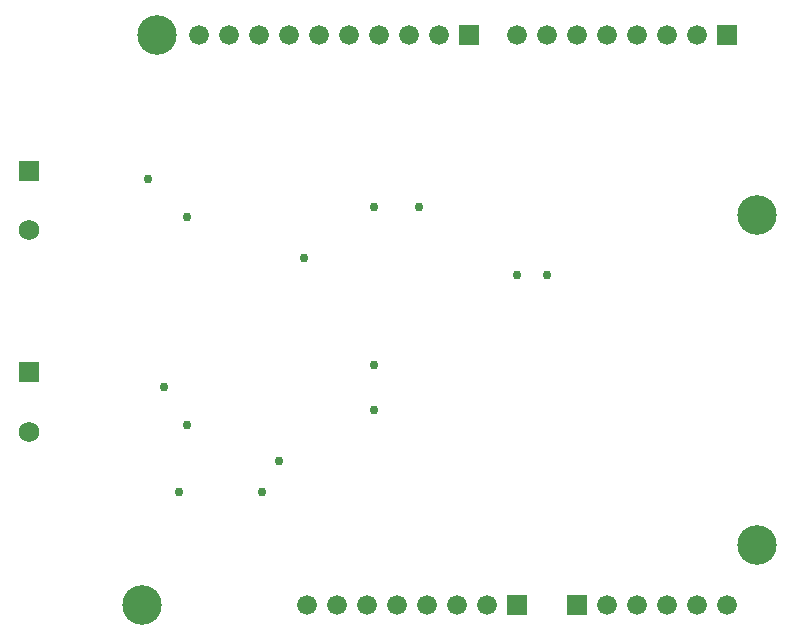
<source format=gbs>
G04*
G04 #@! TF.GenerationSoftware,Altium Limited,Altium Designer,20.2.6 (244)*
G04*
G04 Layer_Color=16711935*
%FSLAX25Y25*%
%MOIN*%
G70*
G04*
G04 #@! TF.SameCoordinates,3ADD8469-B8FD-440E-8261-352D89208680*
G04*
G04*
G04 #@! TF.FilePolarity,Negative*
G04*
G01*
G75*
%ADD26R,0.06890X0.06890*%
%ADD27C,0.06890*%
%ADD28C,0.06591*%
%ADD29R,0.06591X0.06591*%
%ADD30C,0.13189*%
%ADD31C,0.02953*%
D26*
X17500Y154685D02*
D03*
Y87500D02*
D03*
D27*
Y135000D02*
D03*
Y67815D02*
D03*
D28*
X160000Y10000D02*
D03*
X170000D02*
D03*
X110000D02*
D03*
X120000D02*
D03*
X130000D02*
D03*
X140000D02*
D03*
X150000D02*
D03*
X230000Y200000D02*
D03*
X240000D02*
D03*
X180000D02*
D03*
X190000D02*
D03*
X200000D02*
D03*
X210000D02*
D03*
X220000D02*
D03*
X74000D02*
D03*
X84000D02*
D03*
X94000D02*
D03*
X104000D02*
D03*
X114000D02*
D03*
X124000D02*
D03*
X134000D02*
D03*
X144000D02*
D03*
X154000D02*
D03*
X250000Y10000D02*
D03*
X240000D02*
D03*
X230000D02*
D03*
X220000D02*
D03*
X210000D02*
D03*
D29*
X180000D02*
D03*
X250000Y200000D02*
D03*
X164000D02*
D03*
X200000Y10000D02*
D03*
D30*
X60000Y200000D02*
D03*
X55000Y10000D02*
D03*
X260000Y140000D02*
D03*
Y30000D02*
D03*
D31*
X70000Y139205D02*
D03*
X57138Y152106D02*
D03*
X132500Y90000D02*
D03*
X147500Y142500D02*
D03*
X70000Y70000D02*
D03*
X62500Y82500D02*
D03*
X100833Y58120D02*
D03*
X109118Y125775D02*
D03*
X132500Y75000D02*
D03*
Y142500D02*
D03*
X190000Y120000D02*
D03*
X180000D02*
D03*
X95000Y47500D02*
D03*
X67500D02*
D03*
M02*

</source>
